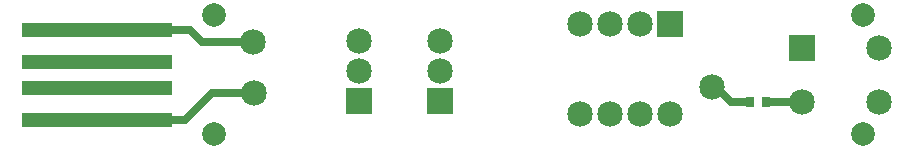
<source format=gtl>
G04*
G04 #@! TF.GenerationSoftware,Altium Limited,Altium Designer,21.7.1 (17)*
G04*
G04 Layer_Physical_Order=1*
G04 Layer_Color=255*
%FSLAX23Y23*%
%MOIN*%
G70*
G04*
G04 #@! TF.SameCoordinates,18DD2E12-D282-4A22-B638-A79D1AEAEEA5*
G04*
G04*
G04 #@! TF.FilePolarity,Positive*
G04*
G01*
G75*
%ADD10R,0.031X0.037*%
%ADD11C,0.025*%
%ADD12R,0.500X0.050*%
%ADD13R,0.085X0.085*%
%ADD14C,0.085*%
%ADD15R,0.085X0.085*%
%ADD16C,0.079*%
D10*
X4684Y2945D02*
D03*
X4736D02*
D03*
D11*
X2800Y2885D02*
X2890Y2975D01*
X3030D01*
X2815Y3185D02*
X2855Y3145D01*
X3025D01*
X2505Y2885D02*
X2800D01*
X2505Y3185D02*
X2815D01*
X4736Y2945D02*
X4856D01*
X4857Y2946D01*
X4555Y2995D02*
X4568D01*
X4618Y2945D01*
X4684D01*
D12*
X2505Y2885D02*
D03*
Y2993D02*
D03*
Y3078D02*
D03*
Y3185D02*
D03*
D13*
X4857Y3124D02*
D03*
D14*
Y2946D02*
D03*
X5113D02*
D03*
Y3124D02*
D03*
X4315Y3205D02*
D03*
X4215D02*
D03*
X4115D02*
D03*
X4415Y2905D02*
D03*
X4315D02*
D03*
X4215D02*
D03*
X4115D02*
D03*
X3650Y3150D02*
D03*
Y3050D02*
D03*
X3380Y3150D02*
D03*
Y3050D02*
D03*
X3030Y2975D02*
D03*
X3025Y3145D02*
D03*
X4555Y2995D02*
D03*
D15*
X4415Y3205D02*
D03*
X3650Y2950D02*
D03*
X3380D02*
D03*
D16*
X5060Y2840D02*
D03*
Y3234D02*
D03*
X2895Y2840D02*
D03*
Y3234D02*
D03*
M02*

</source>
